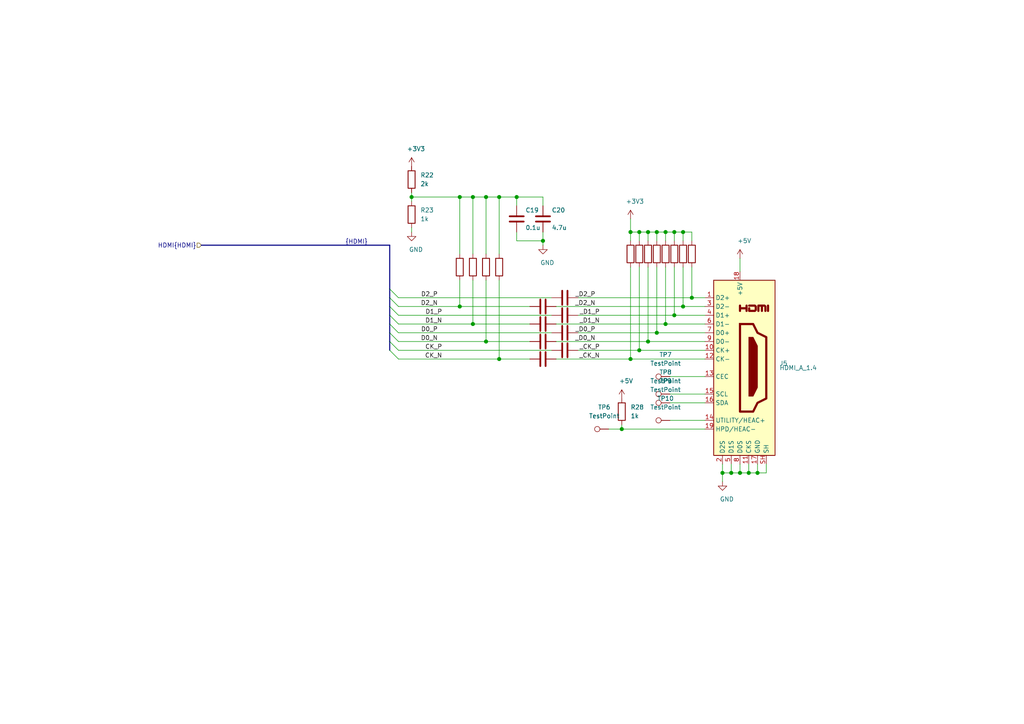
<source format=kicad_sch>
(kicad_sch (version 20230121) (generator eeschema)
  (paper "A4")
  (title_block (title "VIP Base") (date "2020-10-31") (rev "r1.0") (company "GsD") (comment 1 "Design: @gregdavill"))
  (lib_symbols
    (symbol "Connector:HDMI_A_1.4"
      (property "Reference" "J" (at -6.35 26.67 0))
      (property "Value" "HDMI_A_1.4" (at 10.16 26.67 0))
      (symbol "HDMI_A_1.4_0_0"
        (polyline (pts (xy 8.128 16.51) (xy 8.128 18.034)) (stroke (width 0.635)))
        (polyline (pts (xy 0 16.51) (xy 0 18.034) (xy 0 17.272) (xy 1.905 17.272) (xy 1.905 18.034) (xy 1.905 16.51)) (stroke (width 0.635)))
        (polyline (pts (xy 2.667 18.034) (xy 4.318 18.034) (xy 4.572 17.78) (xy 4.572 16.764) (xy 4.318 16.51) (xy 2.667 16.51) (xy 2.667 17.272)) (stroke (width 0.635)))
      )
      (symbol "HDMI_A_1.4_0_1"
        (rectangle (start -7.62 25.4) (end 10.16 -25.4) (stroke (width 0.254)) (fill (type background)))
        (polyline (pts (xy 2.54 8.89) (xy 3.81 8.89) (xy 5.08 6.35) (xy 5.08 -5.715) (xy 3.81 -8.255) (xy 2.54 -8.255) (xy 2.54 8.89)) (fill (type outline)))
        (polyline (pts (xy 5.334 16.51) (xy 5.334 18.034) (xy 6.35 18.034) (xy 6.35 16.51) (xy 6.35 18.034) (xy 7.112 18.034) (xy 7.366 17.78) (xy 7.366 16.51)) (stroke (width 0.635)))
        (polyline (pts (xy 0 12.7) (xy 0 -12.7) (xy 3.81 -12.7) (xy 5.08 -10.16) (xy 7.62 -8.89) (xy 7.62 8.89) (xy 5.08 10.16) (xy 3.81 12.7) (xy 0 12.7)) (stroke (width 0.635)))
      )
      (symbol "HDMI_A_1.4_1_1"
        (pin passive line (at -10.16 20.32 0) (length 2.54) (name "D2+") (number "1"))
        (pin passive line (at -10.16 5.08 0) (length 2.54) (name "CK+") (number "10"))
        (pin power_in line (at 2.54 -27.94 90) (length 2.54) (name "CKS") (number "11"))
        (pin passive line (at -10.16 2.54 0) (length 2.54) (name "CK-") (number "12"))
        (pin bidirectional line (at -10.16 -2.54 0) (length 2.54) (name "CEC") (number "13"))
        (pin passive line (at -10.16 -15.24 0) (length 2.54) (name "UTILITY/HEAC+") (number "14"))
        (pin passive line (at -10.16 -7.62 0) (length 2.54) (name "SCL") (number "15"))
        (pin bidirectional line (at -10.16 -10.16 0) (length 2.54) (name "SDA") (number "16"))
        (pin power_in line (at 5.08 -27.94 90) (length 2.54) (name "GND") (number "17"))
        (pin power_in line (at 0 27.94 270) (length 2.54) (name "+5V") (number "18"))
        (pin passive line (at -10.16 -17.78 0) (length 2.54) (name "HPD/HEAC-") (number "19"))
        (pin power_in line (at -5.08 -27.94 90) (length 2.54) (name "D2S") (number "2"))
        (pin passive line (at -10.16 17.78 0) (length 2.54) (name "D2-") (number "3"))
        (pin passive line (at -10.16 15.24 0) (length 2.54) (name "D1+") (number "4"))
        (pin power_in line (at -2.54 -27.94 90) (length 2.54) (name "D1S") (number "5"))
        (pin passive line (at -10.16 12.7 0) (length 2.54) (name "D1-") (number "6"))
        (pin passive line (at -10.16 10.16 0) (length 2.54) (name "D0+") (number "7"))
        (pin power_in line (at 0 -27.94 90) (length 2.54) (name "D0S") (number "8"))
        (pin passive line (at -10.16 7.62 0) (length 2.54) (name "D0-") (number "9"))
        (pin passive line (at 7.62 -27.94 90) (length 2.54) (name "SH") (number "SH"))
      )
    )
    (symbol "Connector:TestPoint" (pin_numbers hide) (pin_names (offset 0.762) hide)
      (property "Reference" "TP" (at 0 6.858 0))
      (property "Value" "TestPoint" (at 0 5.08 0))
      (symbol "TestPoint_0_1"
        (circle (center 0 3.302) (radius 0.762))
      )
      (symbol "TestPoint_1_1"
        (pin passive line (at 0 0 90) (length 2.54) (name "1") (number "1"))
      )
    )
    (symbol "Device:C" (pin_numbers hide) (pin_names (offset 0.254))
      (property "Reference" "C" (at 0.635 2.54 0))
      (property "Value" "C" (at 0.635 -2.54 0))
      (symbol "C_0_1"
        (polyline (pts (xy -2.032 -0.762) (xy 2.032 -0.762)) (stroke (width 0.508)))
        (polyline (pts (xy -2.032 0.762) (xy 2.032 0.762)) (stroke (width 0.508)))
      )
      (symbol "C_1_1"
        (pin passive line (at 0 3.81 270) (length 2.794) (name "~") (number "1"))
        (pin passive line (at 0 -3.81 90) (length 2.794) (name "~") (number "2"))
      )
    )
    (symbol "Device:R" (pin_numbers hide) (pin_names (offset 0))
      (property "Reference" "R" (at 2.032 0 90))
      (property "Value" "R" (at 0 0 90))
      (symbol "R_0_1"
        (rectangle (start -1.016 -2.54) (end 1.016 2.54) (stroke (width 0.254)))
      )
      (symbol "R_1_1"
        (pin passive line (at 0 3.81 270) (length 1.27) (name "~") (number "1"))
        (pin passive line (at 0 -3.81 90) (length 1.27) (name "~") (number "2"))
      )
    )
    (symbol "power:+3V3" (power) (pin_names (offset 0))
      (property "Value" "+3V3" (at 0 3.556 0))
      (symbol "+3V3_0_1"
        (polyline (pts (xy -0.762 1.27) (xy 0 2.54)))
        (polyline (pts (xy 0 0) (xy 0 2.54)))
        (polyline (pts (xy 0 2.54) (xy 0.762 1.27)))
      )
      (symbol "+3V3_1_1"
        (pin power_in line (at 0 0 90) (length 0) hide (name "+3V3") (number "1"))
      )
    )
    (symbol "power:+5V" (power) (pin_names (offset 0))
      (property "Value" "+5V" (at 0 3.556 0))
      (symbol "+5V_0_1"
        (polyline (pts (xy -0.762 1.27) (xy 0 2.54)))
        (polyline (pts (xy 0 0) (xy 0 2.54)))
        (polyline (pts (xy 0 2.54) (xy 0.762 1.27)))
      )
      (symbol "+5V_1_1"
        (pin power_in line (at 0 0 90) (length 0) hide (name "+5V") (number "1"))
      )
    )
    (symbol "power:GND" (power) (pin_names (offset 0))
      (property "Value" "GND" (at 0 -3.81 0))
      (symbol "GND_0_1"
        (polyline (pts (xy 0 0) (xy 0 -1.27) (xy 1.27 -1.27) (xy 0 -2.54) (xy -1.27 -1.27) (xy 0 -1.27)))
      )
      (symbol "GND_1_1"
        (pin power_in line (at 0 0 270) (length 0) hide (name "GND") (number "1"))
      )
    )
  )
  (junction (at 185.42 101.6) (diameter 1.016))
  (junction (at 193.04 67.31) (diameter 1.016))
  (junction (at 187.96 67.31) (diameter 1.016))
  (junction (at 200.66 86.36) (diameter 1.016))
  (junction (at 182.88 104.14) (diameter 1.016))
  (junction (at 190.5 96.52) (diameter 1.016))
  (junction (at 198.12 67.31) (diameter 1.016))
  (junction (at 185.42 67.31) (diameter 1.016))
  (junction (at 144.78 57.15) (diameter 1.016))
  (junction (at 137.16 57.15) (diameter 1.016))
  (junction (at 195.58 67.31) (diameter 1.016))
  (junction (at 119.38 57.15) (diameter 1.016))
  (junction (at 133.35 88.9) (diameter 1.016))
  (junction (at 182.88 67.31) (diameter 1.016))
  (junction (at 144.78 104.14) (diameter 1.016))
  (junction (at 198.12 88.9) (diameter 1.016))
  (junction (at 157.48 69.85) (diameter 1.016))
  (junction (at 190.5 67.31) (diameter 1.016))
  (junction (at 214.63 137.16) (diameter 1.016))
  (junction (at 149.86 57.15) (diameter 1.016))
  (junction (at 195.58 91.44) (diameter 1.016))
  (junction (at 219.71 137.16) (diameter 1.016))
  (junction (at 212.09 137.16) (diameter 1.016))
  (junction (at 193.04 93.98) (diameter 1.016))
  (junction (at 187.96 99.06) (diameter 1.016))
  (junction (at 140.97 99.06) (diameter 1.016))
  (junction (at 140.97 57.15) (diameter 1.016))
  (junction (at 137.16 93.98) (diameter 1.016))
  (junction (at 217.17 137.16) (diameter 1.016))
  (junction (at 209.55 137.16) (diameter 1.016))
  (junction (at 133.35 57.15) (diameter 1.016))
  (junction (at 180.34 124.46) (diameter 1.016))
  (bus_entry (at 113.03 93.98) (size 2.54 2.54) (stroke (width 0.1524)))
  (bus_entry (at 113.03 83.82) (size 2.54 2.54) (stroke (width 0.1524)))
  (bus_entry (at 113.03 101.6) (size 2.54 2.54) (stroke (width 0.1524)))
  (bus_entry (at 113.03 91.44) (size 2.54 2.54) (stroke (width 0.1524)))
  (bus_entry (at 113.03 99.06) (size 2.54 2.54) (stroke (width 0.1524)))
  (bus_entry (at 113.03 96.52) (size 2.54 2.54) (stroke (width 0.1524)))
  (bus_entry (at 113.03 88.9) (size 2.54 2.54) (stroke (width 0.1524)))
  (bus_entry (at 113.03 86.36) (size 2.54 2.54) (stroke (width 0.1524)))
  (wire (pts (xy 214.63 137.16) (xy 212.09 137.16)))
  (wire (pts (xy 149.86 69.85) (xy 157.48 69.85)))
  (wire (pts (xy 115.57 99.06) (xy 140.97 99.06)))
  (wire (pts (xy 119.38 66.04) (xy 119.38 67.31)))
  (wire (pts (xy 137.16 81.28) (xy 137.16 93.98)))
  (wire (pts (xy 190.5 67.31) (xy 187.96 67.31)))
  (wire (pts (xy 204.47 99.06) (xy 187.96 99.06)))
  (bus (pts (xy 113.03 93.98) (xy 113.03 96.52)))
  (wire (pts (xy 133.35 73.66) (xy 133.35 57.15)))
  (wire (pts (xy 137.16 57.15) (xy 133.35 57.15)))
  (wire (pts (xy 182.88 63.5) (xy 182.88 67.31)))
  (wire (pts (xy 212.09 137.16) (xy 209.55 137.16)))
  (wire (pts (xy 119.38 55.88) (xy 119.38 57.15)))
  (wire (pts (xy 161.29 99.06) (xy 187.96 99.06)))
  (wire (pts (xy 198.12 67.31) (xy 195.58 67.31)))
  (wire (pts (xy 161.29 104.14) (xy 182.88 104.14)))
  (bus (pts (xy 113.03 71.12) (xy 113.03 83.82)))
  (wire (pts (xy 217.17 134.62) (xy 217.17 137.16)))
  (wire (pts (xy 115.57 86.36) (xy 160.02 86.36)))
  (wire (pts (xy 157.48 67.31) (xy 157.48 69.85)))
  (wire (pts (xy 219.71 134.62) (xy 219.71 137.16)))
  (wire (pts (xy 157.48 59.69) (xy 157.48 57.15)))
  (wire (pts (xy 133.35 57.15) (xy 119.38 57.15)))
  (wire (pts (xy 217.17 137.16) (xy 219.71 137.16)))
  (wire (pts (xy 204.47 93.98) (xy 193.04 93.98)))
  (wire (pts (xy 195.58 67.31) (xy 193.04 67.31)))
  (wire (pts (xy 195.58 69.85) (xy 195.58 67.31)))
  (wire (pts (xy 144.78 81.28) (xy 144.78 104.14)))
  (wire (pts (xy 219.71 137.16) (xy 222.25 137.16)))
  (wire (pts (xy 140.97 57.15) (xy 137.16 57.15)))
  (wire (pts (xy 185.42 69.85) (xy 185.42 67.31)))
  (bus (pts (xy 113.03 91.44) (xy 113.03 93.98)))
  (wire (pts (xy 180.34 124.46) (xy 204.47 124.46)))
  (wire (pts (xy 212.09 134.62) (xy 212.09 137.16)))
  (wire (pts (xy 209.55 137.16) (xy 209.55 139.7)))
  (wire (pts (xy 180.34 123.19) (xy 180.34 124.46)))
  (wire (pts (xy 144.78 73.66) (xy 144.78 57.15)))
  (wire (pts (xy 209.55 134.62) (xy 209.55 137.16)))
  (wire (pts (xy 137.16 73.66) (xy 137.16 57.15)))
  (wire (pts (xy 140.97 73.66) (xy 140.97 57.15)))
  (wire (pts (xy 176.53 124.46) (xy 180.34 124.46)))
  (wire (pts (xy 115.57 101.6) (xy 160.02 101.6)))
  (wire (pts (xy 119.38 57.15) (xy 119.38 58.42)))
  (wire (pts (xy 194.31 116.84) (xy 204.47 116.84)))
  (bus (pts (xy 58.42 71.12) (xy 113.03 71.12)))
  (wire (pts (xy 187.96 99.06) (xy 187.96 77.47)))
  (wire (pts (xy 133.35 81.28) (xy 133.35 88.9)))
  (wire (pts (xy 161.29 88.9) (xy 198.12 88.9)))
  (wire (pts (xy 214.63 74.93) (xy 214.63 78.74)))
  (wire (pts (xy 194.31 121.92) (xy 204.47 121.92)))
  (wire (pts (xy 217.17 137.16) (xy 214.63 137.16)))
  (wire (pts (xy 144.78 104.14) (xy 153.67 104.14)))
  (wire (pts (xy 198.12 88.9) (xy 198.12 77.47)))
  (wire (pts (xy 214.63 134.62) (xy 214.63 137.16)))
  (wire (pts (xy 187.96 69.85) (xy 187.96 67.31)))
  (wire (pts (xy 194.31 109.22) (xy 204.47 109.22)))
  (wire (pts (xy 194.31 114.3) (xy 204.47 114.3)))
  (wire (pts (xy 167.64 86.36) (xy 200.66 86.36)))
  (wire (pts (xy 133.35 88.9) (xy 153.67 88.9)))
  (wire (pts (xy 161.29 93.98) (xy 193.04 93.98)))
  (wire (pts (xy 193.04 69.85) (xy 193.04 67.31)))
  (wire (pts (xy 167.64 101.6) (xy 185.42 101.6)))
  (wire (pts (xy 115.57 93.98) (xy 137.16 93.98)))
  (wire (pts (xy 182.88 104.14) (xy 182.88 77.47)))
  (wire (pts (xy 200.66 67.31) (xy 198.12 67.31)))
  (wire (pts (xy 182.88 67.31) (xy 182.88 69.85)))
  (wire (pts (xy 185.42 101.6) (xy 204.47 101.6)))
  (bus (pts (xy 113.03 83.82) (xy 113.03 86.36)))
  (wire (pts (xy 190.5 96.52) (xy 204.47 96.52)))
  (wire (pts (xy 195.58 91.44) (xy 204.47 91.44)))
  (wire (pts (xy 149.86 57.15) (xy 149.86 59.69)))
  (wire (pts (xy 190.5 77.47) (xy 190.5 96.52)))
  (wire (pts (xy 157.48 57.15) (xy 149.86 57.15)))
  (wire (pts (xy 204.47 88.9) (xy 198.12 88.9)))
  (wire (pts (xy 167.64 91.44) (xy 195.58 91.44)))
  (wire (pts (xy 195.58 77.47) (xy 195.58 91.44)))
  (wire (pts (xy 185.42 77.47) (xy 185.42 101.6)))
  (wire (pts (xy 167.64 96.52) (xy 190.5 96.52)))
  (wire (pts (xy 144.78 57.15) (xy 140.97 57.15)))
  (wire (pts (xy 115.57 88.9) (xy 133.35 88.9)))
  (wire (pts (xy 200.66 69.85) (xy 200.66 67.31)))
  (wire (pts (xy 187.96 67.31) (xy 185.42 67.31)))
  (wire (pts (xy 185.42 67.31) (xy 182.88 67.31)))
  (wire (pts (xy 115.57 96.52) (xy 160.02 96.52)))
  (wire (pts (xy 140.97 99.06) (xy 153.67 99.06)))
  (wire (pts (xy 149.86 57.15) (xy 144.78 57.15)))
  (wire (pts (xy 204.47 104.14) (xy 182.88 104.14)))
  (wire (pts (xy 190.5 69.85) (xy 190.5 67.31)))
  (wire (pts (xy 198.12 69.85) (xy 198.12 67.31)))
  (wire (pts (xy 200.66 77.47) (xy 200.66 86.36)))
  (wire (pts (xy 115.57 91.44) (xy 160.02 91.44)))
  (bus (pts (xy 113.03 88.9) (xy 113.03 91.44)))
  (bus (pts (xy 113.03 99.06) (xy 113.03 101.6)))
  (wire (pts (xy 137.16 93.98) (xy 153.67 93.98)))
  (wire (pts (xy 222.25 137.16) (xy 222.25 134.62)))
  (wire (pts (xy 193.04 67.31) (xy 190.5 67.31)))
  (bus (pts (xy 113.03 96.52) (xy 113.03 99.06)))
  (wire (pts (xy 193.04 93.98) (xy 193.04 77.47)))
  (wire (pts (xy 115.57 104.14) (xy 144.78 104.14)))
  (bus (pts (xy 113.03 86.36) (xy 113.03 88.9)))
  (wire (pts (xy 157.48 69.85) (xy 157.48 71.12)))
  (wire (pts (xy 200.66 86.36) (xy 204.47 86.36)))
  (wire (pts (xy 149.86 67.31) (xy 149.86 69.85)))
  (wire (pts (xy 140.97 81.28) (xy 140.97 99.06)))
  (label "_CK_P" (at 173.99 101.6 180))
  (label "_D1_N" (at 173.99 93.98 180))
  (label "_D2_N" (at 172.72 88.9 180))
  (label "_D2_P" (at 172.72 86.36 180))
  (label "_D1_P" (at 173.99 91.44 180))
  (label "D1_P" (at 128.27 91.44 180))
  (label "D1_N" (at 128.27 93.98 180))
  (label "D2_N" (at 127 88.9 180))
  (label "D2_P" (at 127 86.36 180))
  (label "_D0_P" (at 172.72 96.52 180))
  (label "D0_P" (at 127 96.52 180))
  (label "_D0_N" (at 172.72 99.06 180))
  (label "D0_N" (at 127 99.06 180))
  (label "_CK_N" (at 173.99 104.14 180))
  (label "CK_N" (at 128.27 104.14 180))
  (label "CK_P" (at 128.27 101.6 180))
  (label "{HDMI}" (at 106.68 71.12 180))
  (hierarchical_label "HDMI{HDMI}" (shape input) (at 58.42 71.12 180))
  (symbol (lib_id "Device:R") (at 198.12 73.66 0) (unit 1)
    (property "Reference" "R35" (effects hide))
    (property "Value" "50R" (effects hide))
    (property "Footprint" "Resistor_SMD:R_0402_1005Metric" (effects hide))
  )
  (symbol (lib_id "power:GND") (at 157.48 71.12 0) (unit 1)
    (property "Reference" "#PWR0124" (effects hide))
    (property "Value" "GND" (at 158.75 76.2 0))
  )
  (symbol (lib_id "Device:C") (at 157.48 93.98 90) (unit 1)
    (property "Reference" "C22" (effects hide))
    (property "Value" "0.1u" (effects hide))
    (property "Footprint" "Capacitor_SMD:C_0402_1005Metric" (effects hide))
  )
  (symbol (lib_id "Connector:TestPoint") (at 176.53 124.46 90) (unit 1)
    (property "Reference" "TP6" (at 175.26 118.11 90))
    (property "Value" "TestPoint" (at 175.26 120.65 90))
    (property "Footprint" "TestPoint:TestPoint_THTPad_D1.5mm_Drill0.7mm" (effects hide))
  )
  (symbol (lib_id "Device:C") (at 149.86 63.5 0) (unit 1)
    (property "Reference" "C19" (at 152.4 60.96 0) (effects (justify left)))
    (property "Value" "0.1u" (at 152.4 66.04 0) (effects (justify left)))
    (property "Footprint" "Capacitor_SMD:C_0402_1005Metric" (effects hide))
  )
  (symbol (lib_id "Device:C") (at 157.48 104.14 90) (unit 1)
    (property "Reference" "C24" (effects hide))
    (property "Value" "0.1u" (effects hide))
    (property "Footprint" "Capacitor_SMD:C_0402_1005Metric" (effects hide))
  )
  (symbol (lib_id "power:GND") (at 209.55 139.7 0) (unit 1)
    (property "Reference" "#PWR0123" (effects hide))
    (property "Value" "GND" (at 210.82 144.78 0))
  )
  (symbol (lib_id "Device:R") (at 133.35 77.47 0) (unit 1)
    (property "Reference" "R24" (effects hide))
    (property "Value" "47k" (effects hide))
    (property "Footprint" "Resistor_SMD:R_0402_1005Metric" (effects hide))
  )
  (symbol (lib_id "Device:C") (at 163.83 96.52 90) (unit 1)
    (property "Reference" "C27" (effects hide))
    (property "Value" "0.1u" (effects hide))
    (property "Footprint" "Capacitor_SMD:C_0402_1005Metric" (effects hide))
  )
  (symbol (lib_id "power:GND") (at 119.38 67.31 0) (unit 1)
    (property "Reference" "#PWR0127" (effects hide))
    (property "Value" "GND" (at 120.65 72.39 0))
  )
  (symbol (lib_id "Connector:TestPoint") (at 194.31 109.22 90) (unit 1)
    (property "Reference" "TP7" (at 193.04 102.87 90))
    (property "Value" "TestPoint" (at 193.04 105.41 90))
    (property "Footprint" "TestPoint:TestPoint_THTPad_D1.5mm_Drill0.7mm" (effects hide))
  )
  (symbol (lib_id "Device:C") (at 157.48 99.06 90) (unit 1)
    (property "Reference" "C23" (effects hide))
    (property "Value" "0.1u" (effects hide))
    (property "Footprint" "Capacitor_SMD:C_0402_1005Metric" (effects hide))
  )
  (symbol (lib_id "Device:C") (at 157.48 63.5 0) (unit 1)
    (property "Reference" "C20" (at 160.02 60.96 0) (effects (justify left)))
    (property "Value" "4.7u" (at 160.02 66.04 0) (effects (justify left)))
    (property "Footprint" "Capacitor_SMD:C_0402_1005Metric" (effects hide))
  )
  (symbol (lib_id "Device:C") (at 163.83 91.44 90) (unit 1)
    (property "Reference" "C26" (effects hide))
    (property "Value" "0.1u" (effects hide))
    (property "Footprint" "Capacitor_SMD:C_0402_1005Metric" (effects hide))
  )
  (symbol (lib_id "Device:R") (at 193.04 73.66 0) (unit 1)
    (property "Reference" "R33" (effects hide))
    (property "Value" "50R" (effects hide))
    (property "Footprint" "Resistor_SMD:R_0402_1005Metric" (effects hide))
  )
  (symbol (lib_id "Device:R") (at 180.34 119.38 0) (unit 1)
    (property "Reference" "R28" (at 182.88 118.11 0) (effects (justify left)))
    (property "Value" "1k" (at 182.88 120.65 0) (effects (justify left)))
    (property "Footprint" "Resistor_SMD:R_0402_1005Metric" (effects hide))
  )
  (symbol (lib_id "Device:R") (at 144.78 77.47 0) (unit 1)
    (property "Reference" "R27" (effects hide))
    (property "Value" "47k" (effects hide))
    (property "Footprint" "Resistor_SMD:R_0402_1005Metric" (effects hide))
  )
  (symbol (lib_id "Device:R") (at 195.58 73.66 0) (unit 1)
    (property "Reference" "R34" (effects hide))
    (property "Value" "50R" (effects hide))
    (property "Footprint" "Resistor_SMD:R_0402_1005Metric" (effects hide))
  )
  (symbol (lib_id "Device:R") (at 182.88 73.66 0) (unit 1)
    (property "Reference" "R29" (effects hide))
    (property "Value" "50R" (effects hide))
    (property "Footprint" "Resistor_SMD:R_0402_1005Metric" (effects hide))
  )
  (symbol (lib_id "Device:C") (at 163.83 101.6 90) (unit 1)
    (property "Reference" "C28" (effects hide))
    (property "Value" "0.1u" (effects hide))
    (property "Footprint" "Capacitor_SMD:C_0402_1005Metric" (effects hide))
  )
  (symbol (lib_id "Device:R") (at 140.97 77.47 0) (unit 1)
    (property "Reference" "R26" (effects hide))
    (property "Value" "47k" (effects hide))
    (property "Footprint" "Resistor_SMD:R_0402_1005Metric" (effects hide))
  )
  (symbol (lib_id "Connector:HDMI_A_1.4") (at 214.63 106.68 0) (unit 1)
    (property "Reference" "J5" (at 226.06 105.41 0) (effects (justify left)))
    (property "Value" "HDMI_A_1.4" (at 226.06 106.68 0) (effects (justify left)))
    (property "Footprint" "vip-base:HDMI-10029449-111RLF" (effects hide))
    (property "Datasheet" "https://en.wikipedia.org/wiki/HDMI" (effects hide))
  )
  (symbol (lib_id "power:+3V3") (at 119.38 48.26 0) (unit 1)
    (property "Reference" "#PWR0126" (effects hide))
    (property "Value" "+3V3" (at 120.65 43.18 0))
  )
  (symbol (lib_id "Connector:TestPoint") (at 194.31 114.3 90) (unit 1)
    (property "Reference" "TP8" (at 193.04 107.95 90))
    (property "Value" "TestPoint" (at 193.04 110.49 90))
    (property "Footprint" "TestPoint:TestPoint_THTPad_D1.5mm_Drill0.7mm" (effects hide))
  )
  (symbol (lib_id "Connector:TestPoint") (at 194.31 116.84 90) (unit 1)
    (property "Reference" "TP9" (at 193.04 110.49 90))
    (property "Value" "TestPoint" (at 193.04 113.03 90))
    (property "Footprint" "TestPoint:TestPoint_THTPad_D1.5mm_Drill0.7mm" (effects hide))
  )
  (symbol (lib_id "power:+3V3") (at 182.88 63.5 0) (unit 1)
    (property "Reference" "#PWR0125" (effects hide))
    (property "Value" "+3V3" (at 184.15 58.42 0))
  )
  (symbol (lib_id "Device:C") (at 157.48 88.9 90) (unit 1)
    (property "Reference" "C21" (effects hide))
    (property "Value" "0.1u" (effects hide))
    (property "Footprint" "Capacitor_SMD:C_0402_1005Metric" (effects hide))
  )
  (symbol (lib_id "Connector:TestPoint") (at 194.31 121.92 90) (unit 1)
    (property "Reference" "TP10" (at 193.04 115.57 90))
    (property "Value" "TestPoint" (at 193.04 118.11 90))
    (property "Footprint" "TestPoint:TestPoint_THTPad_D1.5mm_Drill0.7mm" (effects hide))
  )
  (symbol (lib_id "Device:C") (at 163.83 86.36 90) (unit 1)
    (property "Reference" "C25" (effects hide))
    (property "Value" "0.1u" (effects hide))
    (property "Footprint" "Capacitor_SMD:C_0402_1005Metric" (effects hide))
  )
  (symbol (lib_id "Device:R") (at 137.16 77.47 0) (unit 1)
    (property "Reference" "R25" (effects hide))
    (property "Value" "47k" (effects hide))
    (property "Footprint" "Resistor_SMD:R_0402_1005Metric" (effects hide))
  )
  (symbol (lib_id "Device:R") (at 187.96 73.66 0) (unit 1)
    (property "Reference" "R31" (effects hide))
    (property "Value" "50R" (effects hide))
    (property "Footprint" "Resistor_SMD:R_0402_1005Metric" (effects hide))
  )
  (symbol (lib_id "power:+5V") (at 180.34 115.57 0) (unit 1)
    (property "Reference" "#PWR0122" (effects hide))
    (property "Value" "+5V" (at 181.61 110.49 0))
  )
  (symbol (lib_id "Device:R") (at 190.5 73.66 0) (unit 1)
    (property "Reference" "R32" (effects hide))
    (property "Value" "50R" (effects hide))
    (property "Footprint" "Resistor_SMD:R_0402_1005Metric" (effects hide))
  )
  (symbol (lib_id "power:+5V") (at 214.63 74.93 0) (unit 1)
    (property "Reference" "#PWR0121" (effects hide))
    (property "Value" "+5V" (at 215.9 69.85 0))
  )
  (symbol (lib_id "Device:R") (at 119.38 62.23 0) (unit 1)
    (property "Reference" "R23" (at 121.92 60.96 0) (effects (justify left)))
    (property "Value" "1k" (at 121.92 63.5 0) (effects (justify left)))
    (property "Footprint" "Resistor_SMD:R_0402_1005Metric" (effects hide))
  )
  (symbol (lib_id "Device:R") (at 185.42 73.66 0) (unit 1)
    (property "Reference" "R30" (effects hide))
    (property "Value" "50R" (effects hide))
    (property "Footprint" "Resistor_SMD:R_0402_1005Metric" (effects hide))
  )
  (symbol (lib_id "Device:R") (at 200.66 73.66 0) (unit 1)
    (property "Reference" "R36" (effects hide))
    (property "Value" "50R" (effects hide))
    (property "Footprint" "Resistor_SMD:R_0402_1005Metric" (effects hide))
  )
  (symbol (lib_id "Device:R") (at 119.38 52.07 0) (unit 1)
    (property "Reference" "R22" (at 121.92 50.8 0) (effects (justify left)))
    (property "Value" "2k" (at 121.92 53.34 0) (effects (justify left)))
    (property "Footprint" "Resistor_SMD:R_0402_1005Metric" (effects hide))
  )
)
</source>
